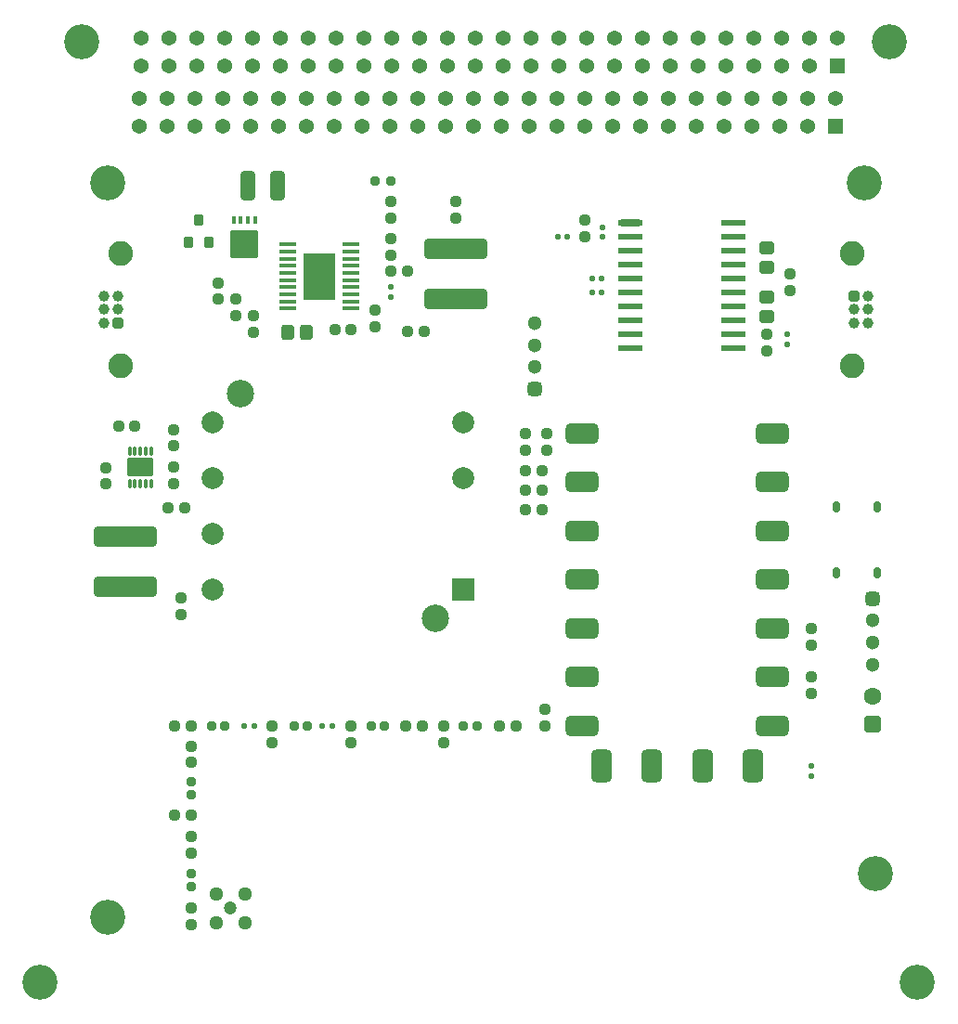
<source format=gbr>
%TF.GenerationSoftware,Altium Limited,Altium Designer,25.8.1 (18)*%
G04 Layer_Color=255*
%FSLAX45Y45*%
%MOMM*%
%TF.SameCoordinates,E40C52F6-B12D-486C-AAC2-1DB2447C0C70*%
%TF.FilePolarity,Positive*%
%TF.FileFunction,Pads,Top*%
%TF.Part,Single*%
G01*
G75*
%TA.AperFunction,SMDPad,CuDef*%
%ADD10R,2.30000X0.60000*%
%ADD11O,2.30000X0.60000*%
G04:AMPARAMS|DCode=12|XSize=1.9mm|YSize=3mm|CornerRadius=0.475mm|HoleSize=0mm|Usage=FLASHONLY|Rotation=0.000|XOffset=0mm|YOffset=0mm|HoleType=Round|Shape=RoundedRectangle|*
%AMROUNDEDRECTD12*
21,1,1.90000,2.05000,0,0,0.0*
21,1,0.95000,3.00000,0,0,0.0*
1,1,0.95000,0.47500,-1.02500*
1,1,0.95000,-0.47500,-1.02500*
1,1,0.95000,-0.47500,1.02500*
1,1,0.95000,0.47500,1.02500*
%
%ADD12ROUNDEDRECTD12*%
G04:AMPARAMS|DCode=13|XSize=0.95mm|YSize=0.95mm|CornerRadius=0.2375mm|HoleSize=0mm|Usage=FLASHONLY|Rotation=180.000|XOffset=0mm|YOffset=0mm|HoleType=Round|Shape=RoundedRectangle|*
%AMROUNDEDRECTD13*
21,1,0.95000,0.47500,0,0,180.0*
21,1,0.47500,0.95000,0,0,180.0*
1,1,0.47500,-0.23750,0.23750*
1,1,0.47500,0.23750,0.23750*
1,1,0.47500,0.23750,-0.23750*
1,1,0.47500,-0.23750,-0.23750*
%
%ADD13ROUNDEDRECTD13*%
G04:AMPARAMS|DCode=14|XSize=0.95mm|YSize=0.95mm|CornerRadius=0.2375mm|HoleSize=0mm|Usage=FLASHONLY|Rotation=90.000|XOffset=0mm|YOffset=0mm|HoleType=Round|Shape=RoundedRectangle|*
%AMROUNDEDRECTD14*
21,1,0.95000,0.47500,0,0,90.0*
21,1,0.47500,0.95000,0,0,90.0*
1,1,0.47500,0.23750,0.23750*
1,1,0.47500,0.23750,-0.23750*
1,1,0.47500,-0.23750,-0.23750*
1,1,0.47500,-0.23750,0.23750*
%
%ADD14ROUNDEDRECTD14*%
G04:AMPARAMS|DCode=15|XSize=0.44mm|YSize=0.54mm|CornerRadius=0.11mm|HoleSize=0mm|Usage=FLASHONLY|Rotation=90.000|XOffset=0mm|YOffset=0mm|HoleType=Round|Shape=RoundedRectangle|*
%AMROUNDEDRECTD15*
21,1,0.44000,0.32000,0,0,90.0*
21,1,0.22000,0.54000,0,0,90.0*
1,1,0.22000,0.16000,0.11000*
1,1,0.22000,0.16000,-0.11000*
1,1,0.22000,-0.16000,-0.11000*
1,1,0.22000,-0.16000,0.11000*
%
%ADD15ROUNDEDRECTD15*%
G04:AMPARAMS|DCode=16|XSize=0.44mm|YSize=0.54mm|CornerRadius=0.11mm|HoleSize=0mm|Usage=FLASHONLY|Rotation=0.000|XOffset=0mm|YOffset=0mm|HoleType=Round|Shape=RoundedRectangle|*
%AMROUNDEDRECTD16*
21,1,0.44000,0.32000,0,0,0.0*
21,1,0.22000,0.54000,0,0,0.0*
1,1,0.22000,0.11000,-0.16000*
1,1,0.22000,-0.11000,-0.16000*
1,1,0.22000,-0.11000,0.16000*
1,1,0.22000,0.11000,0.16000*
%
%ADD16ROUNDEDRECTD16*%
G04:AMPARAMS|DCode=17|XSize=0.7mm|YSize=1mm|CornerRadius=0.175mm|HoleSize=0mm|Usage=FLASHONLY|Rotation=0.000|XOffset=0mm|YOffset=0mm|HoleType=Round|Shape=RoundedRectangle|*
%AMROUNDEDRECTD17*
21,1,0.70000,0.65000,0,0,0.0*
21,1,0.35000,1.00000,0,0,0.0*
1,1,0.35000,0.17500,-0.32500*
1,1,0.35000,-0.17500,-0.32500*
1,1,0.35000,-0.17500,0.32500*
1,1,0.35000,0.17500,0.32500*
%
%ADD17ROUNDEDRECTD17*%
G04:AMPARAMS|DCode=18|XSize=1.64mm|YSize=2.38mm|CornerRadius=0.082mm|HoleSize=0mm|Usage=FLASHONLY|Rotation=270.000|XOffset=0mm|YOffset=0mm|HoleType=Round|Shape=RoundedRectangle|*
%AMROUNDEDRECTD18*
21,1,1.64000,2.21600,0,0,270.0*
21,1,1.47600,2.38000,0,0,270.0*
1,1,0.16400,-1.10800,-0.73800*
1,1,0.16400,-1.10800,0.73800*
1,1,0.16400,1.10800,0.73800*
1,1,0.16400,1.10800,-0.73800*
%
%ADD18ROUNDEDRECTD18*%
G04:AMPARAMS|DCode=19|XSize=0.86mm|YSize=0.27mm|CornerRadius=0.0675mm|HoleSize=0mm|Usage=FLASHONLY|Rotation=270.000|XOffset=0mm|YOffset=0mm|HoleType=Round|Shape=RoundedRectangle|*
%AMROUNDEDRECTD19*
21,1,0.86000,0.13500,0,0,270.0*
21,1,0.72500,0.27000,0,0,270.0*
1,1,0.13500,-0.06750,-0.36250*
1,1,0.13500,-0.06750,0.36250*
1,1,0.13500,0.06750,0.36250*
1,1,0.13500,0.06750,-0.36250*
%
%ADD19ROUNDEDRECTD19*%
G04:AMPARAMS|DCode=20|XSize=1.8mm|YSize=5.7mm|CornerRadius=0.27mm|HoleSize=0mm|Usage=FLASHONLY|Rotation=90.000|XOffset=0mm|YOffset=0mm|HoleType=Round|Shape=RoundedRectangle|*
%AMROUNDEDRECTD20*
21,1,1.80000,5.16000,0,0,90.0*
21,1,1.26000,5.70000,0,0,90.0*
1,1,0.54000,2.58000,0.63000*
1,1,0.54000,2.58000,-0.63000*
1,1,0.54000,-2.58000,-0.63000*
1,1,0.54000,-2.58000,0.63000*
%
%ADD20ROUNDEDRECTD20*%
G04:AMPARAMS|DCode=21|XSize=1.9mm|YSize=3mm|CornerRadius=0.475mm|HoleSize=0mm|Usage=FLASHONLY|Rotation=90.000|XOffset=0mm|YOffset=0mm|HoleType=Round|Shape=RoundedRectangle|*
%AMROUNDEDRECTD21*
21,1,1.90000,2.05000,0,0,90.0*
21,1,0.95000,3.00000,0,0,90.0*
1,1,0.95000,1.02500,0.47500*
1,1,0.95000,1.02500,-0.47500*
1,1,0.95000,-1.02500,-0.47500*
1,1,0.95000,-1.02500,0.47500*
%
%ADD21ROUNDEDRECTD21*%
G04:AMPARAMS|DCode=22|XSize=1.4mm|YSize=1.15mm|CornerRadius=0.2875mm|HoleSize=0mm|Usage=FLASHONLY|Rotation=180.000|XOffset=0mm|YOffset=0mm|HoleType=Round|Shape=RoundedRectangle|*
%AMROUNDEDRECTD22*
21,1,1.40000,0.57500,0,0,180.0*
21,1,0.82500,1.15000,0,0,180.0*
1,1,0.57500,-0.41250,0.28750*
1,1,0.57500,0.41250,0.28750*
1,1,0.57500,0.41250,-0.28750*
1,1,0.57500,-0.41250,-0.28750*
%
%ADD22ROUNDEDRECTD22*%
G04:AMPARAMS|DCode=23|XSize=0.8mm|YSize=0.8mm|CornerRadius=0.2mm|HoleSize=0mm|Usage=FLASHONLY|Rotation=270.000|XOffset=0mm|YOffset=0mm|HoleType=Round|Shape=RoundedRectangle|*
%AMROUNDEDRECTD23*
21,1,0.80000,0.40000,0,0,270.0*
21,1,0.40000,0.80000,0,0,270.0*
1,1,0.40000,-0.20000,-0.20000*
1,1,0.40000,-0.20000,0.20000*
1,1,0.40000,0.20000,0.20000*
1,1,0.40000,0.20000,-0.20000*
%
%ADD23ROUNDEDRECTD23*%
G04:AMPARAMS|DCode=24|XSize=1.4mm|YSize=1.15mm|CornerRadius=0.2875mm|HoleSize=0mm|Usage=FLASHONLY|Rotation=270.000|XOffset=0mm|YOffset=0mm|HoleType=Round|Shape=RoundedRectangle|*
%AMROUNDEDRECTD24*
21,1,1.40000,0.57500,0,0,270.0*
21,1,0.82500,1.15000,0,0,270.0*
1,1,0.57500,-0.28750,-0.41250*
1,1,0.57500,-0.28750,0.41250*
1,1,0.57500,0.28750,0.41250*
1,1,0.57500,0.28750,-0.41250*
%
%ADD24ROUNDEDRECTD24*%
G04:AMPARAMS|DCode=25|XSize=0.85mm|YSize=1.1mm|CornerRadius=0.2125mm|HoleSize=0mm|Usage=FLASHONLY|Rotation=180.000|XOffset=0mm|YOffset=0mm|HoleType=Round|Shape=RoundedRectangle|*
%AMROUNDEDRECTD25*
21,1,0.85000,0.67500,0,0,180.0*
21,1,0.42500,1.10000,0,0,180.0*
1,1,0.42500,-0.21250,0.33750*
1,1,0.42500,0.21250,0.33750*
1,1,0.42500,0.21250,-0.33750*
1,1,0.42500,-0.21250,-0.33750*
%
%ADD25ROUNDEDRECTD25*%
G04:AMPARAMS|DCode=26|XSize=0.7mm|YSize=0.4mm|CornerRadius=0.1mm|HoleSize=0mm|Usage=FLASHONLY|Rotation=270.000|XOffset=0mm|YOffset=0mm|HoleType=Round|Shape=RoundedRectangle|*
%AMROUNDEDRECTD26*
21,1,0.70000,0.20000,0,0,270.0*
21,1,0.50000,0.40000,0,0,270.0*
1,1,0.20000,-0.10000,-0.25000*
1,1,0.20000,-0.10000,0.25000*
1,1,0.20000,0.10000,0.25000*
1,1,0.20000,0.10000,-0.25000*
%
%ADD26ROUNDEDRECTD26*%
G04:AMPARAMS|DCode=27|XSize=2.51mm|YSize=2.55mm|CornerRadius=0.06275mm|HoleSize=0mm|Usage=FLASHONLY|Rotation=270.000|XOffset=0mm|YOffset=0mm|HoleType=Round|Shape=RoundedRectangle|*
%AMROUNDEDRECTD27*
21,1,2.51000,2.42450,0,0,270.0*
21,1,2.38450,2.55000,0,0,270.0*
1,1,0.12550,-1.21225,-1.19225*
1,1,0.12550,-1.21225,1.19225*
1,1,0.12550,1.21225,1.19225*
1,1,0.12550,1.21225,-1.19225*
%
%ADD27ROUNDEDRECTD27*%
G04:AMPARAMS|DCode=28|XSize=1.44mm|YSize=0.41mm|CornerRadius=0.05125mm|HoleSize=0mm|Usage=FLASHONLY|Rotation=0.000|XOffset=0mm|YOffset=0mm|HoleType=Round|Shape=RoundedRectangle|*
%AMROUNDEDRECTD28*
21,1,1.44000,0.30750,0,0,0.0*
21,1,1.33750,0.41000,0,0,0.0*
1,1,0.10250,0.66875,-0.15375*
1,1,0.10250,-0.66875,-0.15375*
1,1,0.10250,-0.66875,0.15375*
1,1,0.10250,0.66875,0.15375*
%
%ADD28ROUNDEDRECTD28*%
%ADD29R,3.00000X4.20000*%
G04:AMPARAMS|DCode=30|XSize=2.7mm|YSize=1.3mm|CornerRadius=0.325mm|HoleSize=0mm|Usage=FLASHONLY|Rotation=270.000|XOffset=0mm|YOffset=0mm|HoleType=Round|Shape=RoundedRectangle|*
%AMROUNDEDRECTD30*
21,1,2.70000,0.65000,0,0,270.0*
21,1,2.05000,1.30000,0,0,270.0*
1,1,0.65000,-0.32500,-1.02500*
1,1,0.65000,-0.32500,1.02500*
1,1,0.65000,0.32500,1.02500*
1,1,0.65000,0.32500,-1.02500*
%
%ADD30ROUNDEDRECTD30*%
G04:AMPARAMS|DCode=31|XSize=0.8mm|YSize=0.8mm|CornerRadius=0.2mm|HoleSize=0mm|Usage=FLASHONLY|Rotation=0.000|XOffset=0mm|YOffset=0mm|HoleType=Round|Shape=RoundedRectangle|*
%AMROUNDEDRECTD31*
21,1,0.80000,0.40000,0,0,0.0*
21,1,0.40000,0.80000,0,0,0.0*
1,1,0.40000,0.20000,-0.20000*
1,1,0.40000,-0.20000,-0.20000*
1,1,0.40000,-0.20000,0.20000*
1,1,0.40000,0.20000,0.20000*
%
%ADD31ROUNDEDRECTD31*%
%TA.AperFunction,ComponentPad*%
%ADD37C,1.30000*%
%ADD38C,1.29500*%
%ADD39C,2.00000*%
G04:AMPARAMS|DCode=40|XSize=1.3mm|YSize=1.3mm|CornerRadius=0.325mm|HoleSize=0mm|Usage=FLASHONLY|Rotation=270.000|XOffset=0mm|YOffset=0mm|HoleType=Round|Shape=RoundedRectangle|*
%AMROUNDEDRECTD40*
21,1,1.30000,0.65000,0,0,270.0*
21,1,0.65000,1.30000,0,0,270.0*
1,1,0.65000,-0.32500,-0.32500*
1,1,0.65000,-0.32500,0.32500*
1,1,0.65000,0.32500,0.32500*
1,1,0.65000,0.32500,-0.32500*
%
%ADD40ROUNDEDRECTD40*%
%ADD41R,2.00000X2.00000*%
%ADD42C,2.50000*%
%ADD43C,2.25000*%
%ADD44C,1.00000*%
G04:AMPARAMS|DCode=45|XSize=1mm|YSize=1mm|CornerRadius=0.25mm|HoleSize=0mm|Usage=FLASHONLY|Rotation=270.000|XOffset=0mm|YOffset=0mm|HoleType=Round|Shape=RoundedRectangle|*
%AMROUNDEDRECTD45*
21,1,1.00000,0.50000,0,0,270.0*
21,1,0.50000,1.00000,0,0,270.0*
1,1,0.50000,-0.25000,-0.25000*
1,1,0.50000,-0.25000,0.25000*
1,1,0.50000,0.25000,0.25000*
1,1,0.50000,0.25000,-0.25000*
%
%ADD45ROUNDEDRECTD45*%
%ADD46C,1.20000*%
G04:AMPARAMS|DCode=47|XSize=1.6mm|YSize=1.6mm|CornerRadius=0.4mm|HoleSize=0mm|Usage=FLASHONLY|Rotation=90.000|XOffset=0mm|YOffset=0mm|HoleType=Round|Shape=RoundedRectangle|*
%AMROUNDEDRECTD47*
21,1,1.60000,0.80000,0,0,90.0*
21,1,0.80000,1.60000,0,0,90.0*
1,1,0.80000,0.40000,0.40000*
1,1,0.80000,0.40000,-0.40000*
1,1,0.80000,-0.40000,-0.40000*
1,1,0.80000,-0.40000,0.40000*
%
%ADD47ROUNDEDRECTD47*%
%ADD48C,1.60000*%
%ADD49C,1.37000*%
%ADD50R,1.37000X1.37000*%
%TA.AperFunction,WasherPad*%
%ADD51C,3.20000*%
D10*
X5645479Y5986926D02*
D03*
Y6113926D02*
D03*
Y6875926D02*
D03*
Y6494926D02*
D03*
Y6621926D02*
D03*
X6585479Y7129926D02*
D03*
Y5986926D02*
D03*
Y6367926D02*
D03*
Y6621926D02*
D03*
X5645479Y7002926D02*
D03*
Y6748926D02*
D03*
Y6367926D02*
D03*
Y6240926D02*
D03*
X6585479Y6494926D02*
D03*
Y6240926D02*
D03*
Y6113926D02*
D03*
Y6748926D02*
D03*
Y6875926D02*
D03*
Y7002926D02*
D03*
D11*
X5645479Y7129926D02*
D03*
D12*
X6301900Y2177800D02*
D03*
X5841900D02*
D03*
X6761900D02*
D03*
X5381900D02*
D03*
D13*
X1639400Y730623D02*
D03*
X2377929Y2392800D02*
D03*
X3944401D02*
D03*
X4861155Y2692800D02*
D03*
X1549400Y3560800D02*
D03*
X1474550Y5095300D02*
D03*
Y4902400D02*
D03*
X856651Y4899900D02*
D03*
X3099400Y2392800D02*
D03*
X4883473Y5061101D02*
D03*
X5231701Y7152926D02*
D03*
Y7002926D02*
D03*
X4883473Y5211101D02*
D03*
X4689890D02*
D03*
Y5061101D02*
D03*
X3099400Y2542800D02*
D03*
X4051573Y7177732D02*
D03*
Y7327732D02*
D03*
X7103401Y6516926D02*
D03*
Y6666926D02*
D03*
X856651Y4749900D02*
D03*
X1474550Y4752400D02*
D03*
Y5245300D02*
D03*
X1549400Y3710800D02*
D03*
X7294190Y2837800D02*
D03*
Y3282800D02*
D03*
Y3432800D02*
D03*
Y2987800D02*
D03*
X6891887Y5963926D02*
D03*
Y6113926D02*
D03*
X3462448Y7326656D02*
D03*
Y7176656D02*
D03*
X2209948Y6284857D02*
D03*
Y6134857D02*
D03*
X2047448Y6434857D02*
D03*
Y6284857D02*
D03*
X1884948Y6584857D02*
D03*
Y6434857D02*
D03*
X3315963Y6334858D02*
D03*
Y6184858D02*
D03*
X3462448Y6987357D02*
D03*
Y6837357D02*
D03*
X4861155Y2542800D02*
D03*
X3944401D02*
D03*
X2377929D02*
D03*
X1639400Y2210300D02*
D03*
Y2360300D02*
D03*
Y1382800D02*
D03*
Y1532800D02*
D03*
Y880623D02*
D03*
D14*
X1489400Y1727800D02*
D03*
X4689890Y4693494D02*
D03*
Y4518112D02*
D03*
X1576900Y4530300D02*
D03*
X976901Y5277800D02*
D03*
X1489400Y2542800D02*
D03*
X1639400D02*
D03*
X4451900D02*
D03*
X4601900D02*
D03*
X1126901Y5277800D02*
D03*
X1426900Y4530300D02*
D03*
X4839890Y4518112D02*
D03*
Y4693494D02*
D03*
X4689890Y4871823D02*
D03*
X4839890D02*
D03*
X3614766Y6138781D02*
D03*
X3764766D02*
D03*
X3462448Y6692357D02*
D03*
X3612448D02*
D03*
X3098448Y6159858D02*
D03*
X2948448D02*
D03*
X3594381Y2542800D02*
D03*
X3744381D02*
D03*
X1639400Y1727800D02*
D03*
D15*
X7294190Y2087800D02*
D03*
X5390000Y7092926D02*
D03*
X7294190Y2177800D02*
D03*
X7073401Y6023926D02*
D03*
Y6113926D02*
D03*
X5390000Y7002926D02*
D03*
X3461198Y6453608D02*
D03*
Y6543607D02*
D03*
D16*
X5295000Y6494926D02*
D03*
Y6621926D02*
D03*
X5071900Y7002926D02*
D03*
X4981900D02*
D03*
X2124500Y2542800D02*
D03*
X2214500D02*
D03*
X5385000Y6494926D02*
D03*
Y6621926D02*
D03*
X2836900Y2542800D02*
D03*
X2926900D02*
D03*
D17*
X7897330Y3941823D02*
D03*
Y4541823D02*
D03*
X7527330Y4536823D02*
D03*
Y3936823D02*
D03*
D18*
X1176901Y4902800D02*
D03*
D19*
X1126901Y5051301D02*
D03*
X1076901D02*
D03*
X1276901Y4754300D02*
D03*
X1226901D02*
D03*
X1176901D02*
D03*
X1126901D02*
D03*
X1076901D02*
D03*
X1276901Y5051301D02*
D03*
X1226901D02*
D03*
X1176901D02*
D03*
D20*
X1038595Y3810800D02*
D03*
Y4270800D02*
D03*
X4051573Y6894857D02*
D03*
Y6434857D02*
D03*
D21*
X6936900Y3432800D02*
D03*
X5206900Y4322801D02*
D03*
X6936900Y2987800D02*
D03*
X5206900Y4767801D02*
D03*
X6936900Y2542800D02*
D03*
Y3877800D02*
D03*
Y4322801D02*
D03*
Y4767801D02*
D03*
Y5212801D02*
D03*
X5206900Y2542800D02*
D03*
Y2987800D02*
D03*
Y3432800D02*
D03*
Y3877800D02*
D03*
Y5212801D02*
D03*
D22*
X6892379Y6727358D02*
D03*
Y6902358D02*
D03*
X6892379Y6455426D02*
D03*
Y6280426D02*
D03*
D23*
X3312448Y7508762D02*
D03*
X3462448D02*
D03*
X4124400Y2542800D02*
D03*
X4244401D02*
D03*
X3284400D02*
D03*
X3404401D02*
D03*
X2576901D02*
D03*
X2696901D02*
D03*
X1825000D02*
D03*
X1945000D02*
D03*
D24*
X2517848Y6134857D02*
D03*
X2692848D02*
D03*
D25*
X1612578Y6954357D02*
D03*
X1802578D02*
D03*
X1707577Y7154357D02*
D03*
D26*
X2027448D02*
D03*
X2092448D02*
D03*
X2157448D02*
D03*
X2222448D02*
D03*
D27*
X2124948Y6934857D02*
D03*
D28*
X2521448D02*
D03*
Y6869857D02*
D03*
Y6804857D02*
D03*
Y6739857D02*
D03*
Y6674857D02*
D03*
Y6609857D02*
D03*
Y6544857D02*
D03*
Y6479857D02*
D03*
Y6414857D02*
D03*
Y6349857D02*
D03*
X3098448D02*
D03*
Y6414857D02*
D03*
Y6479857D02*
D03*
Y6544857D02*
D03*
Y6609857D02*
D03*
Y6674857D02*
D03*
Y6739857D02*
D03*
Y6804857D02*
D03*
Y6869857D02*
D03*
Y6934857D02*
D03*
D29*
X2809948Y6642357D02*
D03*
D30*
X2427448Y7466578D02*
D03*
X2157448D02*
D03*
D31*
X1639400Y1912800D02*
D03*
Y2032800D02*
D03*
Y1080300D02*
D03*
Y1200300D02*
D03*
D37*
X4774701Y6217500D02*
D03*
X7851319Y3505001D02*
D03*
Y3305001D02*
D03*
Y3105000D02*
D03*
X4774701Y5817500D02*
D03*
Y6017500D02*
D03*
D38*
X1865000Y748124D02*
D03*
X2130000D02*
D03*
Y1013125D02*
D03*
X1865000D02*
D03*
D39*
X1834949Y4801800D02*
D03*
X4120949Y5309800D02*
D03*
Y4801800D02*
D03*
X1834949Y5309800D02*
D03*
Y4293800D02*
D03*
Y3785800D02*
D03*
D40*
X7851319Y3705001D02*
D03*
X4774701Y5617500D02*
D03*
D41*
X4120949Y3785800D02*
D03*
D42*
X3866949Y3522800D02*
D03*
X2088949Y5572800D02*
D03*
D43*
X992500Y5825204D02*
D03*
Y6855204D02*
D03*
X7663902Y5825900D02*
D03*
Y6855900D02*
D03*
D44*
X972500Y6340204D02*
D03*
X847500Y6465204D02*
D03*
X972500D02*
D03*
X847500Y6215204D02*
D03*
Y6340204D02*
D03*
X7683902Y6340900D02*
D03*
X7808902D02*
D03*
X7683902Y6215900D02*
D03*
X7808902Y6465900D02*
D03*
Y6215900D02*
D03*
D45*
X972500Y6215204D02*
D03*
X7683902Y6465900D02*
D03*
D46*
X1997500Y880625D02*
D03*
D47*
X7851319Y2561901D02*
D03*
D48*
Y2815901D02*
D03*
D49*
X7276401Y8813600D02*
D03*
X3707701Y8013500D02*
D03*
X3961701D02*
D03*
X1688401Y8813600D02*
D03*
Y8559600D02*
D03*
X1942401Y8813600D02*
D03*
Y8559600D02*
D03*
X3212401Y8813600D02*
D03*
Y8559600D02*
D03*
X3466401Y8813600D02*
D03*
Y8559600D02*
D03*
X4736401Y8813600D02*
D03*
Y8559600D02*
D03*
X4990401Y8813600D02*
D03*
Y8559600D02*
D03*
X6260401Y8813600D02*
D03*
Y8559600D02*
D03*
X6514401Y8813600D02*
D03*
Y8559600D02*
D03*
X1675701Y8267500D02*
D03*
Y8013500D02*
D03*
X1929701Y8267500D02*
D03*
Y8013500D02*
D03*
X3199701Y8267500D02*
D03*
Y8013500D02*
D03*
X3453701Y8267500D02*
D03*
Y8013500D02*
D03*
X4723701Y8267500D02*
D03*
Y8013500D02*
D03*
X4977701Y8267500D02*
D03*
Y8013500D02*
D03*
X6247701Y8267500D02*
D03*
Y8013500D02*
D03*
X6501701Y8267500D02*
D03*
Y8013500D02*
D03*
X1180401Y8813600D02*
D03*
Y8559600D02*
D03*
X1434401Y8813600D02*
D03*
Y8559600D02*
D03*
X2196401Y8813600D02*
D03*
Y8559600D02*
D03*
X2450401Y8813600D02*
D03*
Y8559600D02*
D03*
X2704401Y8813600D02*
D03*
Y8559600D02*
D03*
X2958401Y8813600D02*
D03*
Y8559600D02*
D03*
X3720401Y8813600D02*
D03*
Y8559600D02*
D03*
X3974401Y8813600D02*
D03*
Y8559600D02*
D03*
X4228401Y8813600D02*
D03*
Y8559600D02*
D03*
X4482401Y8813600D02*
D03*
Y8559600D02*
D03*
X5244401Y8813600D02*
D03*
Y8559600D02*
D03*
X5498401Y8813600D02*
D03*
Y8559600D02*
D03*
X5752401Y8813600D02*
D03*
Y8559600D02*
D03*
X6006401Y8813600D02*
D03*
Y8559600D02*
D03*
X6768401Y8813600D02*
D03*
Y8559600D02*
D03*
X7022401Y8813600D02*
D03*
Y8559600D02*
D03*
X7276401D02*
D03*
X7530401Y8813600D02*
D03*
X1167701Y8267500D02*
D03*
Y8013500D02*
D03*
X1421701Y8267500D02*
D03*
Y8013500D02*
D03*
X2183701Y8267500D02*
D03*
Y8013500D02*
D03*
X2437701Y8267500D02*
D03*
Y8013500D02*
D03*
X2691701Y8267500D02*
D03*
Y8013500D02*
D03*
X2945701Y8267500D02*
D03*
Y8013500D02*
D03*
X3707701Y8267500D02*
D03*
X3961701D02*
D03*
X4215701D02*
D03*
Y8013500D02*
D03*
X4469701Y8267500D02*
D03*
Y8013500D02*
D03*
X5231701Y8267500D02*
D03*
Y8013500D02*
D03*
X5485701Y8267500D02*
D03*
Y8013500D02*
D03*
X5739701Y8267500D02*
D03*
Y8013500D02*
D03*
X5993701Y8267500D02*
D03*
Y8013500D02*
D03*
X6755701Y8267500D02*
D03*
Y8013500D02*
D03*
X7009701Y8267500D02*
D03*
Y8013500D02*
D03*
X7263701Y8267500D02*
D03*
Y8013500D02*
D03*
X7517701Y8267500D02*
D03*
D50*
X7530401Y8559600D02*
D03*
X7517701Y8013500D02*
D03*
D51*
X263501Y207200D02*
D03*
X877500Y7499748D02*
D03*
Y800000D02*
D03*
X644501Y8779700D02*
D03*
X7778149Y7499748D02*
D03*
X7883065Y1199878D02*
D03*
X8264200Y207100D02*
D03*
X8010501Y8779700D02*
D03*
%TF.MD5,764f5213ce81dc2ac27fd48debf2914f*%
M02*

</source>
